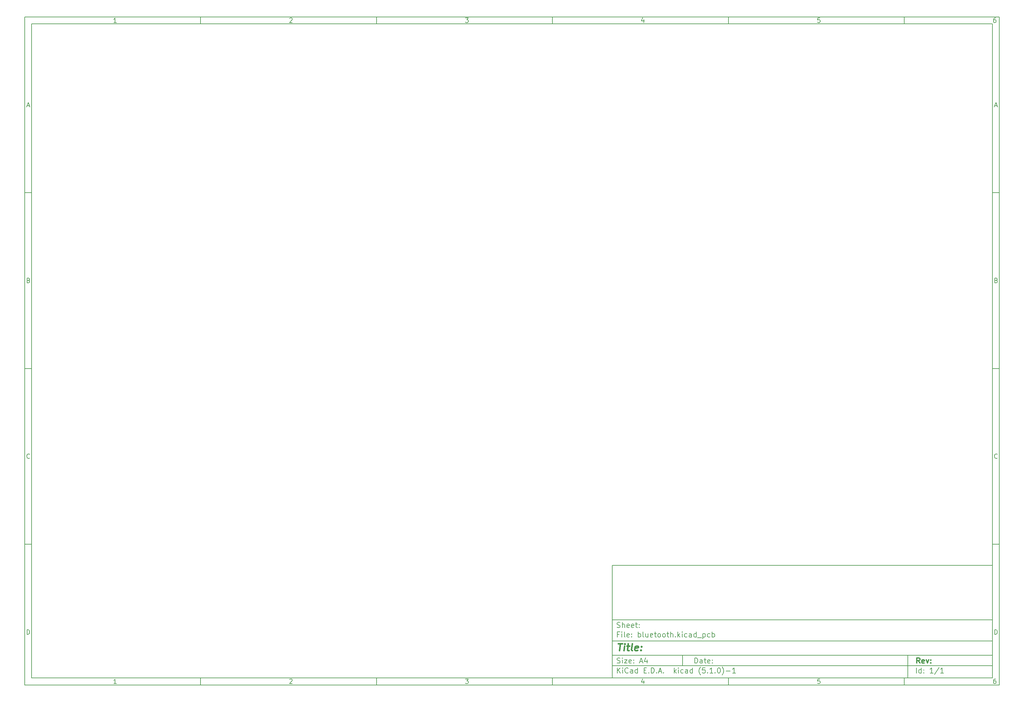
<source format=gbr>
G04 #@! TF.GenerationSoftware,KiCad,Pcbnew,(5.1.0)-1*
G04 #@! TF.CreationDate,2019-07-07T14:12:54+03:00*
G04 #@! TF.ProjectId,bluetooth,626c7565-746f-46f7-9468-2e6b69636164,rev?*
G04 #@! TF.SameCoordinates,Original*
G04 #@! TF.FileFunction,Other,ECO1*
%FSLAX46Y46*%
G04 Gerber Fmt 4.6, Leading zero omitted, Abs format (unit mm)*
G04 Created by KiCad (PCBNEW (5.1.0)-1) date 2019-07-07 14:12:54*
%MOMM*%
%LPD*%
G04 APERTURE LIST*
%ADD10C,0.100000*%
%ADD11C,0.150000*%
%ADD12C,0.300000*%
%ADD13C,0.400000*%
G04 APERTURE END LIST*
D10*
D11*
X177002200Y-166007200D02*
X177002200Y-198007200D01*
X285002200Y-198007200D01*
X285002200Y-166007200D01*
X177002200Y-166007200D01*
D10*
D11*
X10000000Y-10000000D02*
X10000000Y-200007200D01*
X287002200Y-200007200D01*
X287002200Y-10000000D01*
X10000000Y-10000000D01*
D10*
D11*
X12000000Y-12000000D02*
X12000000Y-198007200D01*
X285002200Y-198007200D01*
X285002200Y-12000000D01*
X12000000Y-12000000D01*
D10*
D11*
X60000000Y-12000000D02*
X60000000Y-10000000D01*
D10*
D11*
X110000000Y-12000000D02*
X110000000Y-10000000D01*
D10*
D11*
X160000000Y-12000000D02*
X160000000Y-10000000D01*
D10*
D11*
X210000000Y-12000000D02*
X210000000Y-10000000D01*
D10*
D11*
X260000000Y-12000000D02*
X260000000Y-10000000D01*
D10*
D11*
X36065476Y-11588095D02*
X35322619Y-11588095D01*
X35694047Y-11588095D02*
X35694047Y-10288095D01*
X35570238Y-10473809D01*
X35446428Y-10597619D01*
X35322619Y-10659523D01*
D10*
D11*
X85322619Y-10411904D02*
X85384523Y-10350000D01*
X85508333Y-10288095D01*
X85817857Y-10288095D01*
X85941666Y-10350000D01*
X86003571Y-10411904D01*
X86065476Y-10535714D01*
X86065476Y-10659523D01*
X86003571Y-10845238D01*
X85260714Y-11588095D01*
X86065476Y-11588095D01*
D10*
D11*
X135260714Y-10288095D02*
X136065476Y-10288095D01*
X135632142Y-10783333D01*
X135817857Y-10783333D01*
X135941666Y-10845238D01*
X136003571Y-10907142D01*
X136065476Y-11030952D01*
X136065476Y-11340476D01*
X136003571Y-11464285D01*
X135941666Y-11526190D01*
X135817857Y-11588095D01*
X135446428Y-11588095D01*
X135322619Y-11526190D01*
X135260714Y-11464285D01*
D10*
D11*
X185941666Y-10721428D02*
X185941666Y-11588095D01*
X185632142Y-10226190D02*
X185322619Y-11154761D01*
X186127380Y-11154761D01*
D10*
D11*
X236003571Y-10288095D02*
X235384523Y-10288095D01*
X235322619Y-10907142D01*
X235384523Y-10845238D01*
X235508333Y-10783333D01*
X235817857Y-10783333D01*
X235941666Y-10845238D01*
X236003571Y-10907142D01*
X236065476Y-11030952D01*
X236065476Y-11340476D01*
X236003571Y-11464285D01*
X235941666Y-11526190D01*
X235817857Y-11588095D01*
X235508333Y-11588095D01*
X235384523Y-11526190D01*
X235322619Y-11464285D01*
D10*
D11*
X285941666Y-10288095D02*
X285694047Y-10288095D01*
X285570238Y-10350000D01*
X285508333Y-10411904D01*
X285384523Y-10597619D01*
X285322619Y-10845238D01*
X285322619Y-11340476D01*
X285384523Y-11464285D01*
X285446428Y-11526190D01*
X285570238Y-11588095D01*
X285817857Y-11588095D01*
X285941666Y-11526190D01*
X286003571Y-11464285D01*
X286065476Y-11340476D01*
X286065476Y-11030952D01*
X286003571Y-10907142D01*
X285941666Y-10845238D01*
X285817857Y-10783333D01*
X285570238Y-10783333D01*
X285446428Y-10845238D01*
X285384523Y-10907142D01*
X285322619Y-11030952D01*
D10*
D11*
X60000000Y-198007200D02*
X60000000Y-200007200D01*
D10*
D11*
X110000000Y-198007200D02*
X110000000Y-200007200D01*
D10*
D11*
X160000000Y-198007200D02*
X160000000Y-200007200D01*
D10*
D11*
X210000000Y-198007200D02*
X210000000Y-200007200D01*
D10*
D11*
X260000000Y-198007200D02*
X260000000Y-200007200D01*
D10*
D11*
X36065476Y-199595295D02*
X35322619Y-199595295D01*
X35694047Y-199595295D02*
X35694047Y-198295295D01*
X35570238Y-198481009D01*
X35446428Y-198604819D01*
X35322619Y-198666723D01*
D10*
D11*
X85322619Y-198419104D02*
X85384523Y-198357200D01*
X85508333Y-198295295D01*
X85817857Y-198295295D01*
X85941666Y-198357200D01*
X86003571Y-198419104D01*
X86065476Y-198542914D01*
X86065476Y-198666723D01*
X86003571Y-198852438D01*
X85260714Y-199595295D01*
X86065476Y-199595295D01*
D10*
D11*
X135260714Y-198295295D02*
X136065476Y-198295295D01*
X135632142Y-198790533D01*
X135817857Y-198790533D01*
X135941666Y-198852438D01*
X136003571Y-198914342D01*
X136065476Y-199038152D01*
X136065476Y-199347676D01*
X136003571Y-199471485D01*
X135941666Y-199533390D01*
X135817857Y-199595295D01*
X135446428Y-199595295D01*
X135322619Y-199533390D01*
X135260714Y-199471485D01*
D10*
D11*
X185941666Y-198728628D02*
X185941666Y-199595295D01*
X185632142Y-198233390D02*
X185322619Y-199161961D01*
X186127380Y-199161961D01*
D10*
D11*
X236003571Y-198295295D02*
X235384523Y-198295295D01*
X235322619Y-198914342D01*
X235384523Y-198852438D01*
X235508333Y-198790533D01*
X235817857Y-198790533D01*
X235941666Y-198852438D01*
X236003571Y-198914342D01*
X236065476Y-199038152D01*
X236065476Y-199347676D01*
X236003571Y-199471485D01*
X235941666Y-199533390D01*
X235817857Y-199595295D01*
X235508333Y-199595295D01*
X235384523Y-199533390D01*
X235322619Y-199471485D01*
D10*
D11*
X285941666Y-198295295D02*
X285694047Y-198295295D01*
X285570238Y-198357200D01*
X285508333Y-198419104D01*
X285384523Y-198604819D01*
X285322619Y-198852438D01*
X285322619Y-199347676D01*
X285384523Y-199471485D01*
X285446428Y-199533390D01*
X285570238Y-199595295D01*
X285817857Y-199595295D01*
X285941666Y-199533390D01*
X286003571Y-199471485D01*
X286065476Y-199347676D01*
X286065476Y-199038152D01*
X286003571Y-198914342D01*
X285941666Y-198852438D01*
X285817857Y-198790533D01*
X285570238Y-198790533D01*
X285446428Y-198852438D01*
X285384523Y-198914342D01*
X285322619Y-199038152D01*
D10*
D11*
X10000000Y-60000000D02*
X12000000Y-60000000D01*
D10*
D11*
X10000000Y-110000000D02*
X12000000Y-110000000D01*
D10*
D11*
X10000000Y-160000000D02*
X12000000Y-160000000D01*
D10*
D11*
X10690476Y-35216666D02*
X11309523Y-35216666D01*
X10566666Y-35588095D02*
X11000000Y-34288095D01*
X11433333Y-35588095D01*
D10*
D11*
X11092857Y-84907142D02*
X11278571Y-84969047D01*
X11340476Y-85030952D01*
X11402380Y-85154761D01*
X11402380Y-85340476D01*
X11340476Y-85464285D01*
X11278571Y-85526190D01*
X11154761Y-85588095D01*
X10659523Y-85588095D01*
X10659523Y-84288095D01*
X11092857Y-84288095D01*
X11216666Y-84350000D01*
X11278571Y-84411904D01*
X11340476Y-84535714D01*
X11340476Y-84659523D01*
X11278571Y-84783333D01*
X11216666Y-84845238D01*
X11092857Y-84907142D01*
X10659523Y-84907142D01*
D10*
D11*
X11402380Y-135464285D02*
X11340476Y-135526190D01*
X11154761Y-135588095D01*
X11030952Y-135588095D01*
X10845238Y-135526190D01*
X10721428Y-135402380D01*
X10659523Y-135278571D01*
X10597619Y-135030952D01*
X10597619Y-134845238D01*
X10659523Y-134597619D01*
X10721428Y-134473809D01*
X10845238Y-134350000D01*
X11030952Y-134288095D01*
X11154761Y-134288095D01*
X11340476Y-134350000D01*
X11402380Y-134411904D01*
D10*
D11*
X10659523Y-185588095D02*
X10659523Y-184288095D01*
X10969047Y-184288095D01*
X11154761Y-184350000D01*
X11278571Y-184473809D01*
X11340476Y-184597619D01*
X11402380Y-184845238D01*
X11402380Y-185030952D01*
X11340476Y-185278571D01*
X11278571Y-185402380D01*
X11154761Y-185526190D01*
X10969047Y-185588095D01*
X10659523Y-185588095D01*
D10*
D11*
X287002200Y-60000000D02*
X285002200Y-60000000D01*
D10*
D11*
X287002200Y-110000000D02*
X285002200Y-110000000D01*
D10*
D11*
X287002200Y-160000000D02*
X285002200Y-160000000D01*
D10*
D11*
X285692676Y-35216666D02*
X286311723Y-35216666D01*
X285568866Y-35588095D02*
X286002200Y-34288095D01*
X286435533Y-35588095D01*
D10*
D11*
X286095057Y-84907142D02*
X286280771Y-84969047D01*
X286342676Y-85030952D01*
X286404580Y-85154761D01*
X286404580Y-85340476D01*
X286342676Y-85464285D01*
X286280771Y-85526190D01*
X286156961Y-85588095D01*
X285661723Y-85588095D01*
X285661723Y-84288095D01*
X286095057Y-84288095D01*
X286218866Y-84350000D01*
X286280771Y-84411904D01*
X286342676Y-84535714D01*
X286342676Y-84659523D01*
X286280771Y-84783333D01*
X286218866Y-84845238D01*
X286095057Y-84907142D01*
X285661723Y-84907142D01*
D10*
D11*
X286404580Y-135464285D02*
X286342676Y-135526190D01*
X286156961Y-135588095D01*
X286033152Y-135588095D01*
X285847438Y-135526190D01*
X285723628Y-135402380D01*
X285661723Y-135278571D01*
X285599819Y-135030952D01*
X285599819Y-134845238D01*
X285661723Y-134597619D01*
X285723628Y-134473809D01*
X285847438Y-134350000D01*
X286033152Y-134288095D01*
X286156961Y-134288095D01*
X286342676Y-134350000D01*
X286404580Y-134411904D01*
D10*
D11*
X285661723Y-185588095D02*
X285661723Y-184288095D01*
X285971247Y-184288095D01*
X286156961Y-184350000D01*
X286280771Y-184473809D01*
X286342676Y-184597619D01*
X286404580Y-184845238D01*
X286404580Y-185030952D01*
X286342676Y-185278571D01*
X286280771Y-185402380D01*
X286156961Y-185526190D01*
X285971247Y-185588095D01*
X285661723Y-185588095D01*
D10*
D11*
X200434342Y-193785771D02*
X200434342Y-192285771D01*
X200791485Y-192285771D01*
X201005771Y-192357200D01*
X201148628Y-192500057D01*
X201220057Y-192642914D01*
X201291485Y-192928628D01*
X201291485Y-193142914D01*
X201220057Y-193428628D01*
X201148628Y-193571485D01*
X201005771Y-193714342D01*
X200791485Y-193785771D01*
X200434342Y-193785771D01*
X202577200Y-193785771D02*
X202577200Y-193000057D01*
X202505771Y-192857200D01*
X202362914Y-192785771D01*
X202077200Y-192785771D01*
X201934342Y-192857200D01*
X202577200Y-193714342D02*
X202434342Y-193785771D01*
X202077200Y-193785771D01*
X201934342Y-193714342D01*
X201862914Y-193571485D01*
X201862914Y-193428628D01*
X201934342Y-193285771D01*
X202077200Y-193214342D01*
X202434342Y-193214342D01*
X202577200Y-193142914D01*
X203077200Y-192785771D02*
X203648628Y-192785771D01*
X203291485Y-192285771D02*
X203291485Y-193571485D01*
X203362914Y-193714342D01*
X203505771Y-193785771D01*
X203648628Y-193785771D01*
X204720057Y-193714342D02*
X204577200Y-193785771D01*
X204291485Y-193785771D01*
X204148628Y-193714342D01*
X204077200Y-193571485D01*
X204077200Y-193000057D01*
X204148628Y-192857200D01*
X204291485Y-192785771D01*
X204577200Y-192785771D01*
X204720057Y-192857200D01*
X204791485Y-193000057D01*
X204791485Y-193142914D01*
X204077200Y-193285771D01*
X205434342Y-193642914D02*
X205505771Y-193714342D01*
X205434342Y-193785771D01*
X205362914Y-193714342D01*
X205434342Y-193642914D01*
X205434342Y-193785771D01*
X205434342Y-192857200D02*
X205505771Y-192928628D01*
X205434342Y-193000057D01*
X205362914Y-192928628D01*
X205434342Y-192857200D01*
X205434342Y-193000057D01*
D10*
D11*
X177002200Y-194507200D02*
X285002200Y-194507200D01*
D10*
D11*
X178434342Y-196585771D02*
X178434342Y-195085771D01*
X179291485Y-196585771D02*
X178648628Y-195728628D01*
X179291485Y-195085771D02*
X178434342Y-195942914D01*
X179934342Y-196585771D02*
X179934342Y-195585771D01*
X179934342Y-195085771D02*
X179862914Y-195157200D01*
X179934342Y-195228628D01*
X180005771Y-195157200D01*
X179934342Y-195085771D01*
X179934342Y-195228628D01*
X181505771Y-196442914D02*
X181434342Y-196514342D01*
X181220057Y-196585771D01*
X181077200Y-196585771D01*
X180862914Y-196514342D01*
X180720057Y-196371485D01*
X180648628Y-196228628D01*
X180577200Y-195942914D01*
X180577200Y-195728628D01*
X180648628Y-195442914D01*
X180720057Y-195300057D01*
X180862914Y-195157200D01*
X181077200Y-195085771D01*
X181220057Y-195085771D01*
X181434342Y-195157200D01*
X181505771Y-195228628D01*
X182791485Y-196585771D02*
X182791485Y-195800057D01*
X182720057Y-195657200D01*
X182577200Y-195585771D01*
X182291485Y-195585771D01*
X182148628Y-195657200D01*
X182791485Y-196514342D02*
X182648628Y-196585771D01*
X182291485Y-196585771D01*
X182148628Y-196514342D01*
X182077200Y-196371485D01*
X182077200Y-196228628D01*
X182148628Y-196085771D01*
X182291485Y-196014342D01*
X182648628Y-196014342D01*
X182791485Y-195942914D01*
X184148628Y-196585771D02*
X184148628Y-195085771D01*
X184148628Y-196514342D02*
X184005771Y-196585771D01*
X183720057Y-196585771D01*
X183577200Y-196514342D01*
X183505771Y-196442914D01*
X183434342Y-196300057D01*
X183434342Y-195871485D01*
X183505771Y-195728628D01*
X183577200Y-195657200D01*
X183720057Y-195585771D01*
X184005771Y-195585771D01*
X184148628Y-195657200D01*
X186005771Y-195800057D02*
X186505771Y-195800057D01*
X186720057Y-196585771D02*
X186005771Y-196585771D01*
X186005771Y-195085771D01*
X186720057Y-195085771D01*
X187362914Y-196442914D02*
X187434342Y-196514342D01*
X187362914Y-196585771D01*
X187291485Y-196514342D01*
X187362914Y-196442914D01*
X187362914Y-196585771D01*
X188077200Y-196585771D02*
X188077200Y-195085771D01*
X188434342Y-195085771D01*
X188648628Y-195157200D01*
X188791485Y-195300057D01*
X188862914Y-195442914D01*
X188934342Y-195728628D01*
X188934342Y-195942914D01*
X188862914Y-196228628D01*
X188791485Y-196371485D01*
X188648628Y-196514342D01*
X188434342Y-196585771D01*
X188077200Y-196585771D01*
X189577200Y-196442914D02*
X189648628Y-196514342D01*
X189577200Y-196585771D01*
X189505771Y-196514342D01*
X189577200Y-196442914D01*
X189577200Y-196585771D01*
X190220057Y-196157200D02*
X190934342Y-196157200D01*
X190077200Y-196585771D02*
X190577200Y-195085771D01*
X191077200Y-196585771D01*
X191577200Y-196442914D02*
X191648628Y-196514342D01*
X191577200Y-196585771D01*
X191505771Y-196514342D01*
X191577200Y-196442914D01*
X191577200Y-196585771D01*
X194577200Y-196585771D02*
X194577200Y-195085771D01*
X194720057Y-196014342D02*
X195148628Y-196585771D01*
X195148628Y-195585771D02*
X194577200Y-196157200D01*
X195791485Y-196585771D02*
X195791485Y-195585771D01*
X195791485Y-195085771D02*
X195720057Y-195157200D01*
X195791485Y-195228628D01*
X195862914Y-195157200D01*
X195791485Y-195085771D01*
X195791485Y-195228628D01*
X197148628Y-196514342D02*
X197005771Y-196585771D01*
X196720057Y-196585771D01*
X196577200Y-196514342D01*
X196505771Y-196442914D01*
X196434342Y-196300057D01*
X196434342Y-195871485D01*
X196505771Y-195728628D01*
X196577200Y-195657200D01*
X196720057Y-195585771D01*
X197005771Y-195585771D01*
X197148628Y-195657200D01*
X198434342Y-196585771D02*
X198434342Y-195800057D01*
X198362914Y-195657200D01*
X198220057Y-195585771D01*
X197934342Y-195585771D01*
X197791485Y-195657200D01*
X198434342Y-196514342D02*
X198291485Y-196585771D01*
X197934342Y-196585771D01*
X197791485Y-196514342D01*
X197720057Y-196371485D01*
X197720057Y-196228628D01*
X197791485Y-196085771D01*
X197934342Y-196014342D01*
X198291485Y-196014342D01*
X198434342Y-195942914D01*
X199791485Y-196585771D02*
X199791485Y-195085771D01*
X199791485Y-196514342D02*
X199648628Y-196585771D01*
X199362914Y-196585771D01*
X199220057Y-196514342D01*
X199148628Y-196442914D01*
X199077200Y-196300057D01*
X199077200Y-195871485D01*
X199148628Y-195728628D01*
X199220057Y-195657200D01*
X199362914Y-195585771D01*
X199648628Y-195585771D01*
X199791485Y-195657200D01*
X202077200Y-197157200D02*
X202005771Y-197085771D01*
X201862914Y-196871485D01*
X201791485Y-196728628D01*
X201720057Y-196514342D01*
X201648628Y-196157200D01*
X201648628Y-195871485D01*
X201720057Y-195514342D01*
X201791485Y-195300057D01*
X201862914Y-195157200D01*
X202005771Y-194942914D01*
X202077200Y-194871485D01*
X203362914Y-195085771D02*
X202648628Y-195085771D01*
X202577200Y-195800057D01*
X202648628Y-195728628D01*
X202791485Y-195657200D01*
X203148628Y-195657200D01*
X203291485Y-195728628D01*
X203362914Y-195800057D01*
X203434342Y-195942914D01*
X203434342Y-196300057D01*
X203362914Y-196442914D01*
X203291485Y-196514342D01*
X203148628Y-196585771D01*
X202791485Y-196585771D01*
X202648628Y-196514342D01*
X202577200Y-196442914D01*
X204077200Y-196442914D02*
X204148628Y-196514342D01*
X204077200Y-196585771D01*
X204005771Y-196514342D01*
X204077200Y-196442914D01*
X204077200Y-196585771D01*
X205577200Y-196585771D02*
X204720057Y-196585771D01*
X205148628Y-196585771D02*
X205148628Y-195085771D01*
X205005771Y-195300057D01*
X204862914Y-195442914D01*
X204720057Y-195514342D01*
X206220057Y-196442914D02*
X206291485Y-196514342D01*
X206220057Y-196585771D01*
X206148628Y-196514342D01*
X206220057Y-196442914D01*
X206220057Y-196585771D01*
X207220057Y-195085771D02*
X207362914Y-195085771D01*
X207505771Y-195157200D01*
X207577200Y-195228628D01*
X207648628Y-195371485D01*
X207720057Y-195657200D01*
X207720057Y-196014342D01*
X207648628Y-196300057D01*
X207577200Y-196442914D01*
X207505771Y-196514342D01*
X207362914Y-196585771D01*
X207220057Y-196585771D01*
X207077200Y-196514342D01*
X207005771Y-196442914D01*
X206934342Y-196300057D01*
X206862914Y-196014342D01*
X206862914Y-195657200D01*
X206934342Y-195371485D01*
X207005771Y-195228628D01*
X207077200Y-195157200D01*
X207220057Y-195085771D01*
X208220057Y-197157200D02*
X208291485Y-197085771D01*
X208434342Y-196871485D01*
X208505771Y-196728628D01*
X208577200Y-196514342D01*
X208648628Y-196157200D01*
X208648628Y-195871485D01*
X208577200Y-195514342D01*
X208505771Y-195300057D01*
X208434342Y-195157200D01*
X208291485Y-194942914D01*
X208220057Y-194871485D01*
X209362914Y-196014342D02*
X210505771Y-196014342D01*
X212005771Y-196585771D02*
X211148628Y-196585771D01*
X211577200Y-196585771D02*
X211577200Y-195085771D01*
X211434342Y-195300057D01*
X211291485Y-195442914D01*
X211148628Y-195514342D01*
D10*
D11*
X177002200Y-191507200D02*
X285002200Y-191507200D01*
D10*
D12*
X264411485Y-193785771D02*
X263911485Y-193071485D01*
X263554342Y-193785771D02*
X263554342Y-192285771D01*
X264125771Y-192285771D01*
X264268628Y-192357200D01*
X264340057Y-192428628D01*
X264411485Y-192571485D01*
X264411485Y-192785771D01*
X264340057Y-192928628D01*
X264268628Y-193000057D01*
X264125771Y-193071485D01*
X263554342Y-193071485D01*
X265625771Y-193714342D02*
X265482914Y-193785771D01*
X265197200Y-193785771D01*
X265054342Y-193714342D01*
X264982914Y-193571485D01*
X264982914Y-193000057D01*
X265054342Y-192857200D01*
X265197200Y-192785771D01*
X265482914Y-192785771D01*
X265625771Y-192857200D01*
X265697200Y-193000057D01*
X265697200Y-193142914D01*
X264982914Y-193285771D01*
X266197200Y-192785771D02*
X266554342Y-193785771D01*
X266911485Y-192785771D01*
X267482914Y-193642914D02*
X267554342Y-193714342D01*
X267482914Y-193785771D01*
X267411485Y-193714342D01*
X267482914Y-193642914D01*
X267482914Y-193785771D01*
X267482914Y-192857200D02*
X267554342Y-192928628D01*
X267482914Y-193000057D01*
X267411485Y-192928628D01*
X267482914Y-192857200D01*
X267482914Y-193000057D01*
D10*
D11*
X178362914Y-193714342D02*
X178577200Y-193785771D01*
X178934342Y-193785771D01*
X179077200Y-193714342D01*
X179148628Y-193642914D01*
X179220057Y-193500057D01*
X179220057Y-193357200D01*
X179148628Y-193214342D01*
X179077200Y-193142914D01*
X178934342Y-193071485D01*
X178648628Y-193000057D01*
X178505771Y-192928628D01*
X178434342Y-192857200D01*
X178362914Y-192714342D01*
X178362914Y-192571485D01*
X178434342Y-192428628D01*
X178505771Y-192357200D01*
X178648628Y-192285771D01*
X179005771Y-192285771D01*
X179220057Y-192357200D01*
X179862914Y-193785771D02*
X179862914Y-192785771D01*
X179862914Y-192285771D02*
X179791485Y-192357200D01*
X179862914Y-192428628D01*
X179934342Y-192357200D01*
X179862914Y-192285771D01*
X179862914Y-192428628D01*
X180434342Y-192785771D02*
X181220057Y-192785771D01*
X180434342Y-193785771D01*
X181220057Y-193785771D01*
X182362914Y-193714342D02*
X182220057Y-193785771D01*
X181934342Y-193785771D01*
X181791485Y-193714342D01*
X181720057Y-193571485D01*
X181720057Y-193000057D01*
X181791485Y-192857200D01*
X181934342Y-192785771D01*
X182220057Y-192785771D01*
X182362914Y-192857200D01*
X182434342Y-193000057D01*
X182434342Y-193142914D01*
X181720057Y-193285771D01*
X183077200Y-193642914D02*
X183148628Y-193714342D01*
X183077200Y-193785771D01*
X183005771Y-193714342D01*
X183077200Y-193642914D01*
X183077200Y-193785771D01*
X183077200Y-192857200D02*
X183148628Y-192928628D01*
X183077200Y-193000057D01*
X183005771Y-192928628D01*
X183077200Y-192857200D01*
X183077200Y-193000057D01*
X184862914Y-193357200D02*
X185577200Y-193357200D01*
X184720057Y-193785771D02*
X185220057Y-192285771D01*
X185720057Y-193785771D01*
X186862914Y-192785771D02*
X186862914Y-193785771D01*
X186505771Y-192214342D02*
X186148628Y-193285771D01*
X187077200Y-193285771D01*
D10*
D11*
X263434342Y-196585771D02*
X263434342Y-195085771D01*
X264791485Y-196585771D02*
X264791485Y-195085771D01*
X264791485Y-196514342D02*
X264648628Y-196585771D01*
X264362914Y-196585771D01*
X264220057Y-196514342D01*
X264148628Y-196442914D01*
X264077200Y-196300057D01*
X264077200Y-195871485D01*
X264148628Y-195728628D01*
X264220057Y-195657200D01*
X264362914Y-195585771D01*
X264648628Y-195585771D01*
X264791485Y-195657200D01*
X265505771Y-196442914D02*
X265577200Y-196514342D01*
X265505771Y-196585771D01*
X265434342Y-196514342D01*
X265505771Y-196442914D01*
X265505771Y-196585771D01*
X265505771Y-195657200D02*
X265577200Y-195728628D01*
X265505771Y-195800057D01*
X265434342Y-195728628D01*
X265505771Y-195657200D01*
X265505771Y-195800057D01*
X268148628Y-196585771D02*
X267291485Y-196585771D01*
X267720057Y-196585771D02*
X267720057Y-195085771D01*
X267577200Y-195300057D01*
X267434342Y-195442914D01*
X267291485Y-195514342D01*
X269862914Y-195014342D02*
X268577200Y-196942914D01*
X271148628Y-196585771D02*
X270291485Y-196585771D01*
X270720057Y-196585771D02*
X270720057Y-195085771D01*
X270577200Y-195300057D01*
X270434342Y-195442914D01*
X270291485Y-195514342D01*
D10*
D11*
X177002200Y-187507200D02*
X285002200Y-187507200D01*
D10*
D13*
X178714580Y-188211961D02*
X179857438Y-188211961D01*
X179036009Y-190211961D02*
X179286009Y-188211961D01*
X180274104Y-190211961D02*
X180440771Y-188878628D01*
X180524104Y-188211961D02*
X180416961Y-188307200D01*
X180500295Y-188402438D01*
X180607438Y-188307200D01*
X180524104Y-188211961D01*
X180500295Y-188402438D01*
X181107438Y-188878628D02*
X181869342Y-188878628D01*
X181476485Y-188211961D02*
X181262200Y-189926247D01*
X181333628Y-190116723D01*
X181512200Y-190211961D01*
X181702676Y-190211961D01*
X182655057Y-190211961D02*
X182476485Y-190116723D01*
X182405057Y-189926247D01*
X182619342Y-188211961D01*
X184190771Y-190116723D02*
X183988390Y-190211961D01*
X183607438Y-190211961D01*
X183428866Y-190116723D01*
X183357438Y-189926247D01*
X183452676Y-189164342D01*
X183571723Y-188973866D01*
X183774104Y-188878628D01*
X184155057Y-188878628D01*
X184333628Y-188973866D01*
X184405057Y-189164342D01*
X184381247Y-189354819D01*
X183405057Y-189545295D01*
X185155057Y-190021485D02*
X185238390Y-190116723D01*
X185131247Y-190211961D01*
X185047914Y-190116723D01*
X185155057Y-190021485D01*
X185131247Y-190211961D01*
X185286009Y-188973866D02*
X185369342Y-189069104D01*
X185262200Y-189164342D01*
X185178866Y-189069104D01*
X185286009Y-188973866D01*
X185262200Y-189164342D01*
D10*
D11*
X178934342Y-185600057D02*
X178434342Y-185600057D01*
X178434342Y-186385771D02*
X178434342Y-184885771D01*
X179148628Y-184885771D01*
X179720057Y-186385771D02*
X179720057Y-185385771D01*
X179720057Y-184885771D02*
X179648628Y-184957200D01*
X179720057Y-185028628D01*
X179791485Y-184957200D01*
X179720057Y-184885771D01*
X179720057Y-185028628D01*
X180648628Y-186385771D02*
X180505771Y-186314342D01*
X180434342Y-186171485D01*
X180434342Y-184885771D01*
X181791485Y-186314342D02*
X181648628Y-186385771D01*
X181362914Y-186385771D01*
X181220057Y-186314342D01*
X181148628Y-186171485D01*
X181148628Y-185600057D01*
X181220057Y-185457200D01*
X181362914Y-185385771D01*
X181648628Y-185385771D01*
X181791485Y-185457200D01*
X181862914Y-185600057D01*
X181862914Y-185742914D01*
X181148628Y-185885771D01*
X182505771Y-186242914D02*
X182577200Y-186314342D01*
X182505771Y-186385771D01*
X182434342Y-186314342D01*
X182505771Y-186242914D01*
X182505771Y-186385771D01*
X182505771Y-185457200D02*
X182577200Y-185528628D01*
X182505771Y-185600057D01*
X182434342Y-185528628D01*
X182505771Y-185457200D01*
X182505771Y-185600057D01*
X184362914Y-186385771D02*
X184362914Y-184885771D01*
X184362914Y-185457200D02*
X184505771Y-185385771D01*
X184791485Y-185385771D01*
X184934342Y-185457200D01*
X185005771Y-185528628D01*
X185077200Y-185671485D01*
X185077200Y-186100057D01*
X185005771Y-186242914D01*
X184934342Y-186314342D01*
X184791485Y-186385771D01*
X184505771Y-186385771D01*
X184362914Y-186314342D01*
X185934342Y-186385771D02*
X185791485Y-186314342D01*
X185720057Y-186171485D01*
X185720057Y-184885771D01*
X187148628Y-185385771D02*
X187148628Y-186385771D01*
X186505771Y-185385771D02*
X186505771Y-186171485D01*
X186577200Y-186314342D01*
X186720057Y-186385771D01*
X186934342Y-186385771D01*
X187077200Y-186314342D01*
X187148628Y-186242914D01*
X188434342Y-186314342D02*
X188291485Y-186385771D01*
X188005771Y-186385771D01*
X187862914Y-186314342D01*
X187791485Y-186171485D01*
X187791485Y-185600057D01*
X187862914Y-185457200D01*
X188005771Y-185385771D01*
X188291485Y-185385771D01*
X188434342Y-185457200D01*
X188505771Y-185600057D01*
X188505771Y-185742914D01*
X187791485Y-185885771D01*
X188934342Y-185385771D02*
X189505771Y-185385771D01*
X189148628Y-184885771D02*
X189148628Y-186171485D01*
X189220057Y-186314342D01*
X189362914Y-186385771D01*
X189505771Y-186385771D01*
X190220057Y-186385771D02*
X190077200Y-186314342D01*
X190005771Y-186242914D01*
X189934342Y-186100057D01*
X189934342Y-185671485D01*
X190005771Y-185528628D01*
X190077200Y-185457200D01*
X190220057Y-185385771D01*
X190434342Y-185385771D01*
X190577200Y-185457200D01*
X190648628Y-185528628D01*
X190720057Y-185671485D01*
X190720057Y-186100057D01*
X190648628Y-186242914D01*
X190577200Y-186314342D01*
X190434342Y-186385771D01*
X190220057Y-186385771D01*
X191577200Y-186385771D02*
X191434342Y-186314342D01*
X191362914Y-186242914D01*
X191291485Y-186100057D01*
X191291485Y-185671485D01*
X191362914Y-185528628D01*
X191434342Y-185457200D01*
X191577200Y-185385771D01*
X191791485Y-185385771D01*
X191934342Y-185457200D01*
X192005771Y-185528628D01*
X192077200Y-185671485D01*
X192077200Y-186100057D01*
X192005771Y-186242914D01*
X191934342Y-186314342D01*
X191791485Y-186385771D01*
X191577200Y-186385771D01*
X192505771Y-185385771D02*
X193077200Y-185385771D01*
X192720057Y-184885771D02*
X192720057Y-186171485D01*
X192791485Y-186314342D01*
X192934342Y-186385771D01*
X193077200Y-186385771D01*
X193577200Y-186385771D02*
X193577200Y-184885771D01*
X194220057Y-186385771D02*
X194220057Y-185600057D01*
X194148628Y-185457200D01*
X194005771Y-185385771D01*
X193791485Y-185385771D01*
X193648628Y-185457200D01*
X193577200Y-185528628D01*
X194934342Y-186242914D02*
X195005771Y-186314342D01*
X194934342Y-186385771D01*
X194862914Y-186314342D01*
X194934342Y-186242914D01*
X194934342Y-186385771D01*
X195648628Y-186385771D02*
X195648628Y-184885771D01*
X195791485Y-185814342D02*
X196220057Y-186385771D01*
X196220057Y-185385771D02*
X195648628Y-185957200D01*
X196862914Y-186385771D02*
X196862914Y-185385771D01*
X196862914Y-184885771D02*
X196791485Y-184957200D01*
X196862914Y-185028628D01*
X196934342Y-184957200D01*
X196862914Y-184885771D01*
X196862914Y-185028628D01*
X198220057Y-186314342D02*
X198077200Y-186385771D01*
X197791485Y-186385771D01*
X197648628Y-186314342D01*
X197577200Y-186242914D01*
X197505771Y-186100057D01*
X197505771Y-185671485D01*
X197577200Y-185528628D01*
X197648628Y-185457200D01*
X197791485Y-185385771D01*
X198077200Y-185385771D01*
X198220057Y-185457200D01*
X199505771Y-186385771D02*
X199505771Y-185600057D01*
X199434342Y-185457200D01*
X199291485Y-185385771D01*
X199005771Y-185385771D01*
X198862914Y-185457200D01*
X199505771Y-186314342D02*
X199362914Y-186385771D01*
X199005771Y-186385771D01*
X198862914Y-186314342D01*
X198791485Y-186171485D01*
X198791485Y-186028628D01*
X198862914Y-185885771D01*
X199005771Y-185814342D01*
X199362914Y-185814342D01*
X199505771Y-185742914D01*
X200862914Y-186385771D02*
X200862914Y-184885771D01*
X200862914Y-186314342D02*
X200720057Y-186385771D01*
X200434342Y-186385771D01*
X200291485Y-186314342D01*
X200220057Y-186242914D01*
X200148628Y-186100057D01*
X200148628Y-185671485D01*
X200220057Y-185528628D01*
X200291485Y-185457200D01*
X200434342Y-185385771D01*
X200720057Y-185385771D01*
X200862914Y-185457200D01*
X201220057Y-186528628D02*
X202362914Y-186528628D01*
X202720057Y-185385771D02*
X202720057Y-186885771D01*
X202720057Y-185457200D02*
X202862914Y-185385771D01*
X203148628Y-185385771D01*
X203291485Y-185457200D01*
X203362914Y-185528628D01*
X203434342Y-185671485D01*
X203434342Y-186100057D01*
X203362914Y-186242914D01*
X203291485Y-186314342D01*
X203148628Y-186385771D01*
X202862914Y-186385771D01*
X202720057Y-186314342D01*
X204720057Y-186314342D02*
X204577200Y-186385771D01*
X204291485Y-186385771D01*
X204148628Y-186314342D01*
X204077200Y-186242914D01*
X204005771Y-186100057D01*
X204005771Y-185671485D01*
X204077200Y-185528628D01*
X204148628Y-185457200D01*
X204291485Y-185385771D01*
X204577200Y-185385771D01*
X204720057Y-185457200D01*
X205362914Y-186385771D02*
X205362914Y-184885771D01*
X205362914Y-185457200D02*
X205505771Y-185385771D01*
X205791485Y-185385771D01*
X205934342Y-185457200D01*
X206005771Y-185528628D01*
X206077200Y-185671485D01*
X206077200Y-186100057D01*
X206005771Y-186242914D01*
X205934342Y-186314342D01*
X205791485Y-186385771D01*
X205505771Y-186385771D01*
X205362914Y-186314342D01*
D10*
D11*
X177002200Y-181507200D02*
X285002200Y-181507200D01*
D10*
D11*
X178362914Y-183614342D02*
X178577200Y-183685771D01*
X178934342Y-183685771D01*
X179077200Y-183614342D01*
X179148628Y-183542914D01*
X179220057Y-183400057D01*
X179220057Y-183257200D01*
X179148628Y-183114342D01*
X179077200Y-183042914D01*
X178934342Y-182971485D01*
X178648628Y-182900057D01*
X178505771Y-182828628D01*
X178434342Y-182757200D01*
X178362914Y-182614342D01*
X178362914Y-182471485D01*
X178434342Y-182328628D01*
X178505771Y-182257200D01*
X178648628Y-182185771D01*
X179005771Y-182185771D01*
X179220057Y-182257200D01*
X179862914Y-183685771D02*
X179862914Y-182185771D01*
X180505771Y-183685771D02*
X180505771Y-182900057D01*
X180434342Y-182757200D01*
X180291485Y-182685771D01*
X180077200Y-182685771D01*
X179934342Y-182757200D01*
X179862914Y-182828628D01*
X181791485Y-183614342D02*
X181648628Y-183685771D01*
X181362914Y-183685771D01*
X181220057Y-183614342D01*
X181148628Y-183471485D01*
X181148628Y-182900057D01*
X181220057Y-182757200D01*
X181362914Y-182685771D01*
X181648628Y-182685771D01*
X181791485Y-182757200D01*
X181862914Y-182900057D01*
X181862914Y-183042914D01*
X181148628Y-183185771D01*
X183077200Y-183614342D02*
X182934342Y-183685771D01*
X182648628Y-183685771D01*
X182505771Y-183614342D01*
X182434342Y-183471485D01*
X182434342Y-182900057D01*
X182505771Y-182757200D01*
X182648628Y-182685771D01*
X182934342Y-182685771D01*
X183077200Y-182757200D01*
X183148628Y-182900057D01*
X183148628Y-183042914D01*
X182434342Y-183185771D01*
X183577200Y-182685771D02*
X184148628Y-182685771D01*
X183791485Y-182185771D02*
X183791485Y-183471485D01*
X183862914Y-183614342D01*
X184005771Y-183685771D01*
X184148628Y-183685771D01*
X184648628Y-183542914D02*
X184720057Y-183614342D01*
X184648628Y-183685771D01*
X184577200Y-183614342D01*
X184648628Y-183542914D01*
X184648628Y-183685771D01*
X184648628Y-182757200D02*
X184720057Y-182828628D01*
X184648628Y-182900057D01*
X184577200Y-182828628D01*
X184648628Y-182757200D01*
X184648628Y-182900057D01*
D10*
D11*
X197002200Y-191507200D02*
X197002200Y-194507200D01*
D10*
D11*
X261002200Y-191507200D02*
X261002200Y-198007200D01*
M02*

</source>
